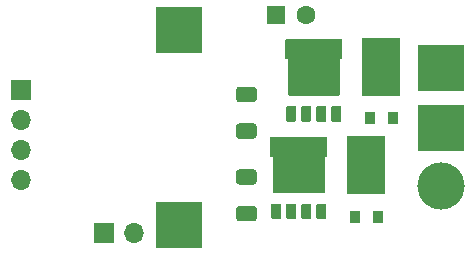
<source format=gbr>
%TF.GenerationSoftware,KiCad,Pcbnew,(5.1.9)-1*%
%TF.CreationDate,2021-11-14T21:39:46-06:00*%
%TF.ProjectId,BLDC_Cont,424c4443-5f43-46f6-9e74-2e6b69636164,rev?*%
%TF.SameCoordinates,Original*%
%TF.FileFunction,Soldermask,Bot*%
%TF.FilePolarity,Negative*%
%FSLAX46Y46*%
G04 Gerber Fmt 4.6, Leading zero omitted, Abs format (unit mm)*
G04 Created by KiCad (PCBNEW (5.1.9)-1) date 2021-11-14 21:39:46*
%MOMM*%
%LPD*%
G01*
G04 APERTURE LIST*
%ADD10R,4.000000X4.000000*%
%ADD11C,0.100000*%
%ADD12C,4.000000*%
%ADD13R,1.600000X1.600000*%
%ADD14C,1.600000*%
%ADD15R,0.950000X1.000000*%
%ADD16R,3.200000X4.900000*%
%ADD17R,1.700000X1.700000*%
%ADD18O,1.700000X1.700000*%
G04 APERTURE END LIST*
D10*
%TO.C,J2*%
X165735000Y-107315000D03*
%TD*%
D11*
%TO.C,Q1*%
G36*
X174746345Y-108136344D02*
G01*
X174750328Y-108123212D01*
X174756797Y-108111110D01*
X174765503Y-108100503D01*
X174776110Y-108091797D01*
X174788212Y-108085328D01*
X174801344Y-108081345D01*
X174815000Y-108080000D01*
X179515000Y-108080000D01*
X179528656Y-108081345D01*
X179541788Y-108085328D01*
X179553890Y-108091797D01*
X179564497Y-108100503D01*
X179573203Y-108111110D01*
X179579672Y-108123212D01*
X179583655Y-108136344D01*
X179585000Y-108150000D01*
X179585000Y-109700000D01*
X179583655Y-109713656D01*
X179579672Y-109726788D01*
X179573203Y-109738890D01*
X179564497Y-109749497D01*
X179553890Y-109758203D01*
X179541788Y-109764672D01*
X179528656Y-109768655D01*
X179515000Y-109770000D01*
X179335000Y-109770000D01*
X179335000Y-112775000D01*
X179333655Y-112788656D01*
X179329672Y-112801788D01*
X179323203Y-112813890D01*
X179314497Y-112824497D01*
X179303890Y-112833203D01*
X179291788Y-112839672D01*
X179278656Y-112843655D01*
X179265000Y-112845000D01*
X175065000Y-112845000D01*
X175051344Y-112843655D01*
X175038212Y-112839672D01*
X175026110Y-112833203D01*
X175015503Y-112824497D01*
X175006797Y-112813890D01*
X175000328Y-112801788D01*
X174996345Y-112788656D01*
X174995000Y-112775000D01*
X174995000Y-109770000D01*
X174815000Y-109770000D01*
X174801344Y-109768655D01*
X174788212Y-109764672D01*
X174776110Y-109758203D01*
X174765503Y-109749497D01*
X174756797Y-109738890D01*
X174750328Y-109726788D01*
X174746345Y-109713656D01*
X174745000Y-109700000D01*
X174745000Y-108150000D01*
X174746345Y-108136344D01*
G37*
G36*
G01*
X175675000Y-113820000D02*
X175675000Y-114970000D01*
G75*
G02*
X175605000Y-115040000I-70000J0D01*
G01*
X174905000Y-115040000D01*
G75*
G02*
X174835000Y-114970000I0J70000D01*
G01*
X174835000Y-113820000D01*
G75*
G02*
X174905000Y-113750000I70000J0D01*
G01*
X175605000Y-113750000D01*
G75*
G02*
X175675000Y-113820000I0J-70000D01*
G01*
G37*
G36*
G01*
X176945000Y-113820000D02*
X176945000Y-114970000D01*
G75*
G02*
X176875000Y-115040000I-70000J0D01*
G01*
X176175000Y-115040000D01*
G75*
G02*
X176105000Y-114970000I0J70000D01*
G01*
X176105000Y-113820000D01*
G75*
G02*
X176175000Y-113750000I70000J0D01*
G01*
X176875000Y-113750000D01*
G75*
G02*
X176945000Y-113820000I0J-70000D01*
G01*
G37*
G36*
G01*
X179495000Y-113820000D02*
X179495000Y-114970000D01*
G75*
G02*
X179425000Y-115040000I-70000J0D01*
G01*
X178725000Y-115040000D01*
G75*
G02*
X178655000Y-114970000I0J70000D01*
G01*
X178655000Y-113820000D01*
G75*
G02*
X178725000Y-113750000I70000J0D01*
G01*
X179425000Y-113750000D01*
G75*
G02*
X179495000Y-113820000I0J-70000D01*
G01*
G37*
G36*
G01*
X178225000Y-113820000D02*
X178225000Y-114970000D01*
G75*
G02*
X178155000Y-115040000I-70000J0D01*
G01*
X177455000Y-115040000D01*
G75*
G02*
X177385000Y-114970000I0J70000D01*
G01*
X177385000Y-113820000D01*
G75*
G02*
X177455000Y-113750000I70000J0D01*
G01*
X178155000Y-113750000D01*
G75*
G02*
X178225000Y-113820000I0J-70000D01*
G01*
G37*
%TD*%
D12*
%TO.C,C7*%
X187960000Y-120490000D03*
D10*
X187960000Y-110490000D03*
%TD*%
D13*
%TO.C,C6*%
X173990000Y-106045000D03*
D14*
X176490000Y-106045000D03*
%TD*%
D15*
%TO.C,D1*%
X183850000Y-114735000D03*
D16*
X182880000Y-110385000D03*
D15*
X181910000Y-114735000D03*
%TD*%
%TO.C,D2*%
X180640000Y-123095000D03*
D16*
X181610000Y-118745000D03*
D15*
X182580000Y-123095000D03*
%TD*%
%TO.C,Q2*%
G36*
G01*
X176955000Y-122075000D02*
X176955000Y-123225000D01*
G75*
G02*
X176885000Y-123295000I-70000J0D01*
G01*
X176185000Y-123295000D01*
G75*
G02*
X176115000Y-123225000I0J70000D01*
G01*
X176115000Y-122075000D01*
G75*
G02*
X176185000Y-122005000I70000J0D01*
G01*
X176885000Y-122005000D01*
G75*
G02*
X176955000Y-122075000I0J-70000D01*
G01*
G37*
G36*
G01*
X178225000Y-122075000D02*
X178225000Y-123225000D01*
G75*
G02*
X178155000Y-123295000I-70000J0D01*
G01*
X177455000Y-123295000D01*
G75*
G02*
X177385000Y-123225000I0J70000D01*
G01*
X177385000Y-122075000D01*
G75*
G02*
X177455000Y-122005000I70000J0D01*
G01*
X178155000Y-122005000D01*
G75*
G02*
X178225000Y-122075000I0J-70000D01*
G01*
G37*
G36*
G01*
X175675000Y-122075000D02*
X175675000Y-123225000D01*
G75*
G02*
X175605000Y-123295000I-70000J0D01*
G01*
X174905000Y-123295000D01*
G75*
G02*
X174835000Y-123225000I0J70000D01*
G01*
X174835000Y-122075000D01*
G75*
G02*
X174905000Y-122005000I70000J0D01*
G01*
X175605000Y-122005000D01*
G75*
G02*
X175675000Y-122075000I0J-70000D01*
G01*
G37*
G36*
G01*
X174405000Y-122075000D02*
X174405000Y-123225000D01*
G75*
G02*
X174335000Y-123295000I-70000J0D01*
G01*
X173635000Y-123295000D01*
G75*
G02*
X173565000Y-123225000I0J70000D01*
G01*
X173565000Y-122075000D01*
G75*
G02*
X173635000Y-122005000I70000J0D01*
G01*
X174335000Y-122005000D01*
G75*
G02*
X174405000Y-122075000I0J-70000D01*
G01*
G37*
D11*
G36*
X173476345Y-116391344D02*
G01*
X173480328Y-116378212D01*
X173486797Y-116366110D01*
X173495503Y-116355503D01*
X173506110Y-116346797D01*
X173518212Y-116340328D01*
X173531344Y-116336345D01*
X173545000Y-116335000D01*
X178245000Y-116335000D01*
X178258656Y-116336345D01*
X178271788Y-116340328D01*
X178283890Y-116346797D01*
X178294497Y-116355503D01*
X178303203Y-116366110D01*
X178309672Y-116378212D01*
X178313655Y-116391344D01*
X178315000Y-116405000D01*
X178315000Y-117955000D01*
X178313655Y-117968656D01*
X178309672Y-117981788D01*
X178303203Y-117993890D01*
X178294497Y-118004497D01*
X178283890Y-118013203D01*
X178271788Y-118019672D01*
X178258656Y-118023655D01*
X178245000Y-118025000D01*
X178065000Y-118025000D01*
X178065000Y-121030000D01*
X178063655Y-121043656D01*
X178059672Y-121056788D01*
X178053203Y-121068890D01*
X178044497Y-121079497D01*
X178033890Y-121088203D01*
X178021788Y-121094672D01*
X178008656Y-121098655D01*
X177995000Y-121100000D01*
X173795000Y-121100000D01*
X173781344Y-121098655D01*
X173768212Y-121094672D01*
X173756110Y-121088203D01*
X173745503Y-121079497D01*
X173736797Y-121068890D01*
X173730328Y-121056788D01*
X173726345Y-121043656D01*
X173725000Y-121030000D01*
X173725000Y-118025000D01*
X173545000Y-118025000D01*
X173531344Y-118023655D01*
X173518212Y-118019672D01*
X173506110Y-118013203D01*
X173495503Y-118004497D01*
X173486797Y-117993890D01*
X173480328Y-117981788D01*
X173476345Y-117968656D01*
X173475000Y-117955000D01*
X173475000Y-116405000D01*
X173476345Y-116391344D01*
G37*
%TD*%
%TO.C,R1*%
G36*
G01*
X172075001Y-116500000D02*
X170824999Y-116500000D01*
G75*
G02*
X170575000Y-116250001I0J249999D01*
G01*
X170575000Y-115449999D01*
G75*
G02*
X170824999Y-115200000I249999J0D01*
G01*
X172075001Y-115200000D01*
G75*
G02*
X172325000Y-115449999I0J-249999D01*
G01*
X172325000Y-116250001D01*
G75*
G02*
X172075001Y-116500000I-249999J0D01*
G01*
G37*
G36*
G01*
X172075001Y-113400000D02*
X170824999Y-113400000D01*
G75*
G02*
X170575000Y-113150001I0J249999D01*
G01*
X170575000Y-112349999D01*
G75*
G02*
X170824999Y-112100000I249999J0D01*
G01*
X172075001Y-112100000D01*
G75*
G02*
X172325000Y-112349999I0J-249999D01*
G01*
X172325000Y-113150001D01*
G75*
G02*
X172075001Y-113400000I-249999J0D01*
G01*
G37*
%TD*%
%TO.C,R2*%
G36*
G01*
X172075001Y-120385000D02*
X170824999Y-120385000D01*
G75*
G02*
X170575000Y-120135001I0J249999D01*
G01*
X170575000Y-119334999D01*
G75*
G02*
X170824999Y-119085000I249999J0D01*
G01*
X172075001Y-119085000D01*
G75*
G02*
X172325000Y-119334999I0J-249999D01*
G01*
X172325000Y-120135001D01*
G75*
G02*
X172075001Y-120385000I-249999J0D01*
G01*
G37*
G36*
G01*
X172075001Y-123485000D02*
X170824999Y-123485000D01*
G75*
G02*
X170575000Y-123235001I0J249999D01*
G01*
X170575000Y-122434999D01*
G75*
G02*
X170824999Y-122185000I249999J0D01*
G01*
X172075001Y-122185000D01*
G75*
G02*
X172325000Y-122434999I0J-249999D01*
G01*
X172325000Y-123235001D01*
G75*
G02*
X172075001Y-123485000I-249999J0D01*
G01*
G37*
%TD*%
D10*
%TO.C,J1*%
X187960000Y-115570000D03*
%TD*%
%TO.C,J3*%
X165735000Y-123825000D03*
%TD*%
D17*
%TO.C,J4*%
X152400000Y-112395000D03*
D18*
X152400000Y-114935000D03*
X152400000Y-117475000D03*
X152400000Y-120015000D03*
%TD*%
D17*
%TO.C,J6*%
X159385000Y-124460000D03*
D18*
X161925000Y-124460000D03*
%TD*%
M02*

</source>
